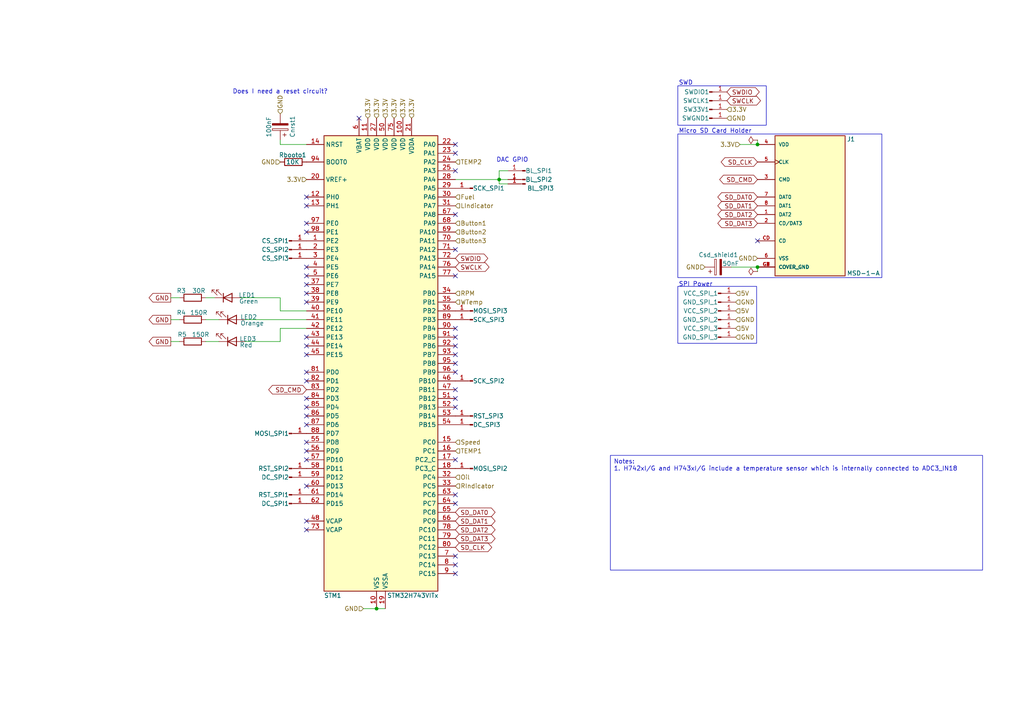
<source format=kicad_sch>
(kicad_sch (version 20231120) (generator "eeschema") (generator_version "8.0")
  (paper "A4")
  (lib_symbols
    (symbol "Connector:Conn_01x01_Pin" (pin_names (offset 1.016) hide)
      (property "Reference" "J" (at 0 2.54 0))
      (property "Value" "Conn_01x01_Pin" (at 0 -2.54 0))
      (symbol "Conn_01x01_Pin_1_1"
        (polyline (pts (xy 1.27 0) (xy 0.8636 0)) (stroke (width 0.1524)))
        (rectangle (start 0.8636 0.127) (end 0 -0.127) (stroke (width 0.1524)) (fill (type outline)))
        (pin passive line (at 5.08 0 180) (length 3.81) (name "Pin_1") (number "1"))
      )
    )
    (symbol "Device:C_Polarized" (pin_numbers hide) (pin_names (offset 0.254))
      (property "Reference" "C" (at 0.635 2.54 0))
      (property "Value" "C_Polarized" (at 0.635 -2.54 0))
      (symbol "C_Polarized_0_1"
        (rectangle (start -2.286 0.508) (end 2.286 1.016))
        (polyline (pts (xy -1.778 2.286) (xy -0.762 2.286)))
        (polyline (pts (xy -1.27 2.794) (xy -1.27 1.778)))
        (rectangle (start 2.286 -0.508) (end -2.286 -1.016) (fill (type outline)))
      )
      (symbol "C_Polarized_1_1"
        (pin passive line (at 0 3.81 270) (length 2.794) (name "~") (number "1"))
        (pin passive line (at 0 -3.81 90) (length 2.794) (name "~") (number "2"))
      )
    )
    (symbol "Device:LED" (pin_numbers hide) (pin_names (offset 1.016) hide)
      (property "Reference" "D" (at 0 2.54 0))
      (property "Value" "LED" (at 0 -2.54 0))
      (symbol "LED_0_1"
        (polyline (pts (xy -1.27 -1.27) (xy -1.27 1.27)) (stroke (width 0.254)))
        (polyline (pts (xy -1.27 0) (xy 1.27 0)))
        (polyline (pts (xy 1.27 -1.27) (xy 1.27 1.27) (xy -1.27 0) (xy 1.27 -1.27)) (stroke (width 0.254)))
        (polyline (pts (xy -3.048 -0.762) (xy -4.572 -2.286) (xy -3.81 -2.286) (xy -4.572 -2.286) (xy -4.572 -1.524)))
        (polyline (pts (xy -1.778 -0.762) (xy -3.302 -2.286) (xy -2.54 -2.286) (xy -3.302 -2.286) (xy -3.302 -1.524)))
      )
      (symbol "LED_1_1"
        (pin passive line (at -3.81 0 0) (length 2.54) (name "K") (number "1"))
        (pin passive line (at 3.81 0 180) (length 2.54) (name "A") (number "2"))
      )
    )
    (symbol "Device:R" (pin_numbers hide) (pin_names (offset 0))
      (property "Reference" "R" (at 2.032 0 90))
      (property "Value" "R" (at 0 0 90))
      (symbol "R_0_1"
        (rectangle (start -1.016 -2.54) (end 1.016 2.54) (stroke (width 0.254)))
      )
      (symbol "R_1_1"
        (pin passive line (at 0 3.81 270) (length 1.27) (name "~") (number "1"))
        (pin passive line (at 0 -3.81 90) (length 1.27) (name "~") (number "2"))
      )
    )
    (symbol "MCU_ST_STM32H7:STM32H743VITx"
      (property "Reference" "U" (at -15.24 67.31 0))
      (property "Value" "STM32H743VITx" (at 12.7 67.31 0))
      (symbol "STM32H743VITx_0_1"
        (rectangle (start -15.24 -66.04) (end 17.78 66.04) (stroke (width 0.254)) (fill (type background)))
      )
      (symbol "STM32H743VITx_1_1"
        (pin bidirectional line (at -20.32 35.56 0) (length 5.08) (name "PE2") (number "1"))
        (pin power_in line (at 0 -71.12 90) (length 5.08) (name "VSS") (number "10"))
        (pin power_in line (at 7.62 71.12 270) (length 5.08) (name "VDD") (number "100"))
        (pin power_in line (at -2.54 71.12 270) (length 5.08) (name "VDD") (number "11"))
        (pin bidirectional line (at -20.32 48.26 0) (length 5.08) (name "PH0") (number "12"))
        (pin bidirectional line (at -20.32 45.72 0) (length 5.08) (name "PH1") (number "13"))
        (pin input line (at -20.32 63.5 0) (length 5.08) (name "NRST") (number "14"))
        (pin bidirectional line (at 22.86 -22.86 180) (length 5.08) (name "PC0") (number "15"))
        (pin bidirectional line (at 22.86 -25.4 180) (length 5.08) (name "PC1") (number "16"))
        (pin bidirectional line (at 22.86 -27.94 180) (length 5.08) (name "PC2_C") (number "17"))
        (pin bidirectional line (at 22.86 -30.48 180) (length 5.08) (name "PC3_C") (number "18"))
        (pin power_in line (at 2.54 -71.12 90) (length 5.08) (name "VSSA") (number "19"))
        (pin bidirectional line (at -20.32 33.02 0) (length 5.08) (name "PE3") (number "2"))
        (pin input line (at -20.32 53.34 0) (length 5.08) (name "VREF+") (number "20"))
        (pin power_in line (at 10.16 71.12 270) (length 5.08) (name "VDDA") (number "21"))
        (pin bidirectional line (at 22.86 63.5 180) (length 5.08) (name "PA0") (number "22"))
        (pin bidirectional line (at 22.86 60.96 180) (length 5.08) (name "PA1") (number "23"))
        (pin bidirectional line (at 22.86 58.42 180) (length 5.08) (name "PA2") (number "24"))
        (pin bidirectional line (at 22.86 55.88 180) (length 5.08) (name "PA3") (number "25"))
        (pin passive line (at 0 -71.12 90) (length 5.08) hide (name "VSS") (number "26"))
        (pin power_in line (at 0 71.12 270) (length 5.08) (name "VDD") (number "27"))
        (pin bidirectional line (at 22.86 53.34 180) (length 5.08) (name "PA4") (number "28"))
        (pin bidirectional line (at 22.86 50.8 180) (length 5.08) (name "PA5") (number "29"))
        (pin bidirectional line (at -20.32 30.48 0) (length 5.08) (name "PE4") (number "3"))
        (pin bidirectional line (at 22.86 48.26 180) (length 5.08) (name "PA6") (number "30"))
        (pin bidirectional line (at 22.86 45.72 180) (length 5.08) (name "PA7") (number "31"))
        (pin bidirectional line (at 22.86 -33.02 180) (length 5.08) (name "PC4") (number "32"))
        (pin bidirectional line (at 22.86 -35.56 180) (length 5.08) (name "PC5") (number "33"))
        (pin bidirectional line (at 22.86 20.32 180) (length 5.08) (name "PB0") (number "34"))
        (pin bidirectional line (at 22.86 17.78 180) (length 5.08) (name "PB1") (number "35"))
        (pin bidirectional line (at 22.86 15.24 180) (length 5.08) (name "PB2") (number "36"))
        (pin bidirectional line (at -20.32 22.86 0) (length 5.08) (name "PE7") (number "37"))
        (pin bidirectional line (at -20.32 20.32 0) (length 5.08) (name "PE8") (number "38"))
        (pin bidirectional line (at -20.32 17.78 0) (length 5.08) (name "PE9") (number "39"))
        (pin bidirectional line (at -20.32 27.94 0) (length 5.08) (name "PE5") (number "4"))
        (pin bidirectional line (at -20.32 15.24 0) (length 5.08) (name "PE10") (number "40"))
        (pin bidirectional line (at -20.32 12.7 0) (length 5.08) (name "PE11") (number "41"))
        (pin bidirectional line (at -20.32 10.16 0) (length 5.08) (name "PE12") (number "42"))
        (pin bidirectional line (at -20.32 7.62 0) (length 5.08) (name "PE13") (number "43"))
        (pin bidirectional line (at -20.32 5.08 0) (length 5.08) (name "PE14") (number "44"))
        (pin bidirectional line (at -20.32 2.54 0) (length 5.08) (name "PE15") (number "45"))
        (pin bidirectional line (at 22.86 -5.08 180) (length 5.08) (name "PB10") (number "46"))
        (pin bidirectional line (at 22.86 -7.62 180) (length 5.08) (name "PB11") (number "47"))
        (pin power_out line (at -20.32 -45.72 0) (length 5.08) (name "VCAP") (number "48"))
        (pin passive line (at 0 -71.12 90) (length 5.08) hide (name "VSS") (number "49"))
        (pin bidirectional line (at -20.32 25.4 0) (length 5.08) (name "PE6") (number "5"))
        (pin power_in line (at 2.54 71.12 270) (length 5.08) (name "VDD") (number "50"))
        (pin bidirectional line (at 22.86 -10.16 180) (length 5.08) (name "PB12") (number "51"))
        (pin bidirectional line (at 22.86 -12.7 180) (length 5.08) (name "PB13") (number "52"))
        (pin bidirectional line (at 22.86 -15.24 180) (length 5.08) (name "PB14") (number "53"))
        (pin bidirectional line (at 22.86 -17.78 180) (length 5.08) (name "PB15") (number "54"))
        (pin bidirectional line (at -20.32 -22.86 0) (length 5.08) (name "PD8") (number "55"))
        (pin bidirectional line (at -20.32 -25.4 0) (length 5.08) (name "PD9") (number "56"))
        (pin bidirectional line (at -20.32 -27.94 0) (length 5.08) (name "PD10") (number "57"))
        (pin bidirectional line (at -20.32 -30.48 0) (length 5.08) (name "PD11") (number "58"))
        (pin bidirectional line (at -20.32 -33.02 0) (length 5.08) (name "PD12") (number "59"))
        (pin power_in line (at -5.08 71.12 270) (length 5.08) (name "VBAT") (number "6"))
        (pin bidirectional line (at -20.32 -35.56 0) (length 5.08) (name "PD13") (number "60"))
        (pin bidirectional line (at -20.32 -38.1 0) (length 5.08) (name "PD14") (number "61"))
        (pin bidirectional line (at -20.32 -40.64 0) (length 5.08) (name "PD15") (number "62"))
        (pin bidirectional line (at 22.86 -38.1 180) (length 5.08) (name "PC6") (number "63"))
        (pin bidirectional line (at 22.86 -40.64 180) (length 5.08) (name "PC7") (number "64"))
        (pin bidirectional line (at 22.86 -43.18 180) (length 5.08) (name "PC8") (number "65"))
        (pin bidirectional line (at 22.86 -45.72 180) (length 5.08) (name "PC9") (number "66"))
        (pin bidirectional line (at 22.86 43.18 180) (length 5.08) (name "PA8") (number "67"))
        (pin bidirectional line (at 22.86 40.64 180) (length 5.08) (name "PA9") (number "68"))
        (pin bidirectional line (at 22.86 38.1 180) (length 5.08) (name "PA10") (number "69"))
        (pin bidirectional line (at 22.86 -55.88 180) (length 5.08) (name "PC13") (number "7"))
        (pin bidirectional line (at 22.86 35.56 180) (length 5.08) (name "PA11") (number "70"))
        (pin bidirectional line (at 22.86 33.02 180) (length 5.08) (name "PA12") (number "71"))
        (pin bidirectional line (at 22.86 30.48 180) (length 5.08) (name "PA13") (number "72"))
        (pin power_out line (at -20.32 -48.26 0) (length 5.08) (name "VCAP") (number "73"))
        (pin passive line (at 0 -71.12 90) (length 5.08) hide (name "VSS") (number "74"))
        (pin power_in line (at 5.08 71.12 270) (length 5.08) (name "VDD") (number "75"))
        (pin bidirectional line (at 22.86 27.94 180) (length 5.08) (name "PA14") (number "76"))
        (pin bidirectional line (at 22.86 25.4 180) (length 5.08) (name "PA15") (number "77"))
        (pin bidirectional line (at 22.86 -48.26 180) (length 5.08) (name "PC10") (number "78"))
        (pin bidirectional line (at 22.86 -50.8 180) (length 5.08) (name "PC11") (number "79"))
        (pin bidirectional line (at 22.86 -58.42 180) (length 5.08) (name "PC14") (number "8"))
        (pin bidirectional line (at 22.86 -53.34 180) (length 5.08) (name "PC12") (number "80"))
        (pin bidirectional line (at -20.32 -2.54 0) (length 5.08) (name "PD0") (number "81"))
        (pin bidirectional line (at -20.32 -5.08 0) (length 5.08) (name "PD1") (number "82"))
        (pin bidirectional line (at -20.32 -7.62 0) (length 5.08) (name "PD2") (number "83"))
        (pin bidirectional line (at -20.32 -10.16 0) (length 5.08) (name "PD3") (number "84"))
        (pin bidirectional line (at -20.32 -12.7 0) (length 5.08) (name "PD4") (number "85"))
        (pin bidirectional line (at -20.32 -15.24 0) (length 5.08) (name "PD5") (number "86"))
        (pin bidirectional line (at -20.32 -17.78 0) (length 5.08) (name "PD6") (number "87"))
        (pin bidirectional line (at -20.32 -20.32 0) (length 5.08) (name "PD7") (number "88"))
        (pin bidirectional line (at 22.86 12.7 180) (length 5.08) (name "PB3") (number "89"))
        (pin bidirectional line (at 22.86 -60.96 180) (length 5.08) (name "PC15") (number "9"))
        (pin bidirectional line (at 22.86 10.16 180) (length 5.08) (name "PB4") (number "90"))
        (pin bidirectional line (at 22.86 7.62 180) (length 5.08) (name "PB5") (number "91"))
        (pin bidirectional line (at 22.86 5.08 180) (length 5.08) (name "PB6") (number "92"))
        (pin bidirectional line (at 22.86 2.54 180) (length 5.08) (name "PB7") (number "93"))
        (pin input line (at -20.32 58.42 0) (length 5.08) (name "BOOT0") (number "94"))
        (pin bidirectional line (at 22.86 0 180) (length 5.08) (name "PB8") (number "95"))
        (pin bidirectional line (at 22.86 -2.54 180) (length 5.08) (name "PB9") (number "96"))
        (pin bidirectional line (at -20.32 40.64 0) (length 5.08) (name "PE0") (number "97"))
        (pin bidirectional line (at -20.32 38.1 0) (length 5.08) (name "PE1") (number "98"))
        (pin passive line (at 0 -71.12 90) (length 5.08) hide (name "VSS") (number "99"))
      )
    )
    (symbol "MSD-1-A:MSD-1-A" (pin_names (offset 1.016))
      (property "Reference" "J" (at -10.16 21.082 0))
      (property "Value" "MSD-1-A" (at -10.16 -22.86 0))
      (symbol "MSD-1-A_0_0"
        (rectangle (start -10.16 -20.32) (end 10.16 20.32) (stroke (width 0.254)) (fill (type background)))
        (pin bidirectional line (at -15.24 -2.54 0) (length 5.08) (name "DAT2") (number "1"))
        (pin bidirectional line (at -15.24 -5.08 0) (length 5.08) (name "CD/DAT3") (number "2"))
        (pin bidirectional line (at -15.24 7.62 0) (length 5.08) (name "CMD") (number "3"))
        (pin power_in line (at -15.24 17.78 0) (length 5.08) (name "VDD") (number "4"))
        (pin input clock (at -15.24 12.7 0) (length 5.08) (name "CLK") (number "5"))
        (pin power_in line (at -15.24 -15.24 0) (length 5.08) (name "VSS") (number "6"))
        (pin bidirectional line (at -15.24 2.54 0) (length 5.08) (name "DAT0") (number "7"))
        (pin bidirectional line (at -15.24 0 0) (length 5.08) (name "DAT1") (number "8"))
        (pin passive line (at -15.24 -10.16 0) (length 5.08) (name "CD") (number "CD"))
        (pin power_in line (at -15.24 -17.78 0) (length 5.08) (name "COVER_GND") (number "G1"))
        (pin power_in line (at -15.24 -17.78 0) (length 5.08) (name "COVER_GND") (number "G2"))
        (pin power_in line (at -15.24 -17.78 0) (length 5.08) (name "COVER_GND") (number "G3"))
        (pin power_in line (at -15.24 -17.78 0) (length 5.08) (name "COVER_GND") (number "G4"))
      )
    )
    (symbol "power:PWR_FLAG" (power) (pin_numbers hide) (pin_names (offset 0) hide)
      (property "Value" "PWR_FLAG" (at 0 3.81 0))
      (symbol "PWR_FLAG_0_0"
        (pin power_out line (at 0 0 90) (length 0) (name "~") (number "1"))
      )
      (symbol "PWR_FLAG_0_1"
        (polyline (pts (xy 0 0) (xy 0 1.27) (xy -1.016 1.905) (xy 0 2.54) (xy 1.016 1.905) (xy 0 1.27)))
      )
    )
  )
  (junction (at 219.71 77.47))
  (junction (at 219.71 41.91))
  (junction (at 109.22 176.53))
  (junction (at 144.78 52.07))
  (no_connect (at 88.9 57.15))
  (no_connect (at 88.9 153.67))
  (no_connect (at 88.9 110.49))
  (no_connect (at 104.14 34.29))
  (no_connect (at 88.9 97.79))
  (no_connect (at 132.08 143.51))
  (no_connect (at 88.9 115.57))
  (no_connect (at 88.9 64.77))
  (no_connect (at 88.9 102.87))
  (no_connect (at 132.08 62.23))
  (no_connect (at 132.08 105.41))
  (no_connect (at 132.08 113.03))
  (no_connect (at 132.08 107.95))
  (no_connect (at 219.71 69.85))
  (no_connect (at 132.08 80.01))
  (no_connect (at 132.08 49.53))
  (no_connect (at 88.9 130.81))
  (no_connect (at 88.9 118.11))
  (no_connect (at 132.08 166.37))
  (no_connect (at 88.9 123.19))
  (no_connect (at 88.9 140.97))
  (no_connect (at 132.08 95.25))
  (no_connect (at 132.08 102.87))
  (no_connect (at 88.9 128.27))
  (no_connect (at 88.9 133.35))
  (no_connect (at 132.08 44.45))
  (no_connect (at 132.08 97.79))
  (no_connect (at 132.08 118.11))
  (no_connect (at 88.9 87.63))
  (no_connect (at 132.08 72.39))
  (no_connect (at 132.08 100.33))
  (no_connect (at 88.9 67.31))
  (no_connect (at 132.08 133.35))
  (no_connect (at 88.9 77.47))
  (no_connect (at 132.08 161.29))
  (no_connect (at 88.9 82.55))
  (no_connect (at 88.9 80.01))
  (no_connect (at 88.9 120.65))
  (no_connect (at 88.9 100.33))
  (no_connect (at 88.9 59.69))
  (no_connect (at 88.9 107.95))
  (no_connect (at 88.9 151.13))
  (no_connect (at 132.08 163.83))
  (no_connect (at 132.08 115.57))
  (no_connect (at 88.9 85.09))
  (no_connect (at 132.08 146.05))
  (no_connect (at 132.08 41.91))
  (wire (pts (xy 81.28 95.25) (xy 81.28 99.06)))
  (wire (pts (xy 147.32 53.34) (xy 144.78 53.34)))
  (wire (pts (xy 219.71 77.47) (xy 219.71 78.74)))
  (wire (pts (xy 105.41 176.53) (xy 109.22 176.53)))
  (wire (pts (xy 219.71 41.91) (xy 219.71 40.64)))
  (wire (pts (xy 88.9 41.91) (xy 81.28 41.91)))
  (wire (pts (xy 132.08 52.07) (xy 144.78 52.07)))
  (wire (pts (xy 109.22 176.53) (xy 111.76 176.53)))
  (wire (pts (xy 71.12 99.06) (xy 81.28 99.06)))
  (wire (pts (xy 59.69 86.36) (xy 62.23 86.36)))
  (wire (pts (xy 69.85 86.36) (xy 81.28 86.36)))
  (wire (pts (xy 147.32 49.53) (xy 144.78 49.53)))
  (wire (pts (xy 49.53 99.06) (xy 52.07 99.06)))
  (wire (pts (xy 147.32 52.07) (xy 144.78 52.07)))
  (wire (pts (xy 49.53 92.71) (xy 52.07 92.71)))
  (wire (pts (xy 59.69 99.06) (xy 63.5 99.06)))
  (wire (pts (xy 214.63 41.91) (xy 219.71 41.91)))
  (wire (pts (xy 59.69 92.71) (xy 63.5 92.71)))
  (wire (pts (xy 81.28 41.91) (xy 81.28 40.64)))
  (wire (pts (xy 144.78 49.53) (xy 144.78 52.07)))
  (wire (pts (xy 212.09 77.47) (xy 219.71 77.47)))
  (wire (pts (xy 88.9 90.17) (xy 81.28 90.17)))
  (wire (pts (xy 71.12 92.71) (xy 88.9 92.71)))
  (wire (pts (xy 88.9 95.25) (xy 81.28 95.25)))
  (wire (pts (xy 49.53 86.36) (xy 52.07 86.36)))
  (wire (pts (xy 144.78 52.07) (xy 144.78 53.34)))
  (wire (pts (xy 81.28 90.17) (xy 81.28 86.36)))
  (rectangle (start 196.596 83.058) (end 219.456 99.568))
  (rectangle (start 196.596 38.862) (end 255.778 80.518))
  (rectangle (start 196.596 24.892) (end 222.25 36.322))
  (text_box "Notes:\n1. H742xI/G and H743xI/G include a temperature sensor which is internally connected to ADC3_IN18" (at 177.038 132.08 0) (size 107.95 33.274) (effects (font (size 1.27 1.27)) (justify left top)))
  (text "SPI Power" (at 196.85 82.55 0) (effects (font (size 1.27 1.27)) (justify left)))
  (text "Does I need a reset circuit?" (at 81.28 26.67 0) (effects (font (size 1.27 1.27))))
  (text "SWD" (at 196.85 24.13 0) (effects (font (size 1.27 1.27)) (justify left)))
  (text "DAC GPIO" (at 148.59 46.482 0) (effects (font (size 1.27 1.27))))
  (text "Micro SD Card Holder" (at 196.85 38.1 0) (effects (font (size 1.27 1.27)) (justify left)))
  (global_label "GND" (shape output) (at 49.53 92.71 180) (property "Intersheetrefs" "${INTERSHEET_REFS}" (effects (hide yes))))
  (global_label "SD_DAT0" (shape bidirectional) (at 132.08 148.59 0) (property "Intersheetrefs" "${INTERSHEET_REFS}" (effects (hide yes))))
  (global_label "SWDIO" (shape bidirectional) (at 132.08 74.93 0) (property "Intersheetrefs" "${INTERSHEET_REFS}" (effects (hide yes))))
  (global_label "SD_DAT1" (shape bidirectional) (at 132.08 151.13 0) (property "Intersheetrefs" "${INTERSHEET_REFS}" (effects (hide yes))))
  (global_label "SD_DAT3" (shape bidirectional) (at 219.71 64.77 180) (property "Intersheetrefs" "${INTERSHEET_REFS}" (effects (hide yes))))
  (global_label "SD_CMD" (shape bidirectional) (at 219.71 52.07 180) (property "Intersheetrefs" "${INTERSHEET_REFS}" (effects (hide yes))))
  (global_label "SD_DAT2" (shape bidirectional) (at 219.71 62.23 180) (property "Intersheetrefs" "${INTERSHEET_REFS}" (effects (hide yes))))
  (global_label "SWCLK" (shape bidirectional) (at 132.08 77.47 0) (property "Intersheetrefs" "${INTERSHEET_REFS}" (effects (hide yes))))
  (global_label "SD_DAT2" (shape bidirectional) (at 132.08 153.67 0) (property "Intersheetrefs" "${INTERSHEET_REFS}" (effects (hide yes))))
  (global_label "SD_DAT0" (shape bidirectional) (at 219.71 57.15 180) (property "Intersheetrefs" "${INTERSHEET_REFS}" (effects (hide yes))))
  (global_label "GND" (shape output) (at 49.53 99.06 180) (property "Intersheetrefs" "${INTERSHEET_REFS}" (effects (hide yes))))
  (global_label "SD_CLK" (shape bidirectional) (at 219.71 46.99 180) (property "Intersheetrefs" "${INTERSHEET_REFS}" (effects (hide yes))))
  (global_label "SD_DAT3" (shape bidirectional) (at 132.08 156.21 0) (property "Intersheetrefs" "${INTERSHEET_REFS}" (effects (hide yes))))
  (global_label "SD_CLK" (shape bidirectional) (at 132.08 158.75 0) (property "Intersheetrefs" "${INTERSHEET_REFS}" (effects (hide yes))))
  (global_label "SD_CMD" (shape bidirectional) (at 88.9 113.03 180) (property "Intersheetrefs" "${INTERSHEET_REFS}" (effects (hide yes))))
  (global_label "SD_DAT1" (shape bidirectional) (at 219.71 59.69 180) (property "Intersheetrefs" "${INTERSHEET_REFS}" (effects (hide yes))))
  (global_label "SWCLK" (shape bidirectional) (at 210.82 29.21 0) (property "Intersheetrefs" "${INTERSHEET_REFS}" (effects (hide yes))))
  (global_label "SWDIO" (shape bidirectional) (at 210.82 26.67 0) (property "Intersheetrefs" "${INTERSHEET_REFS}" (effects (hide yes))))
  (global_label "GND" (shape output) (at 49.53 86.36 180) (property "Intersheetrefs" "${INTERSHEET_REFS}" (effects (hide yes))))
  (hierarchical_label "GND" (shape input) (at 105.41 176.53 180))
  (hierarchical_label "3.3V" (shape input) (at 116.84 34.29 90))
  (hierarchical_label "3.3V" (shape input) (at 210.82 31.75 0))
  (hierarchical_label "Button3" (shape input) (at 132.08 69.85 0))
  (hierarchical_label "GND" (shape input) (at 219.71 74.93 180))
  (hierarchical_label "GND" (shape input) (at 81.28 33.02 90))
  (hierarchical_label "TEMP2" (shape input) (at 132.08 46.99 0))
  (hierarchical_label "3.3V" (shape input) (at 119.38 34.29 90))
  (hierarchical_label "3.3V" (shape input) (at 114.3 34.29 90))
  (hierarchical_label "GND" (shape input) (at 213.36 97.79 0))
  (hierarchical_label "3.3V" (shape input) (at 111.76 34.29 90))
  (hierarchical_label "5V" (shape input) (at 213.36 85.09 0))
  (hierarchical_label "WTemp" (shape input) (at 132.08 87.63 0))
  (hierarchical_label "GND" (shape input) (at 81.28 46.99 180))
  (hierarchical_label "Button2" (shape input) (at 132.08 67.31 0))
  (hierarchical_label "Speed" (shape input) (at 132.08 128.27 0))
  (hierarchical_label "RIndicator" (shape input) (at 132.08 140.97 0))
  (hierarchical_label "5V" (shape input) (at 213.36 90.17 0))
  (hierarchical_label "3.3V" (shape input) (at 109.22 34.29 90))
  (hierarchical_label "TEMP1" (shape input) (at 132.08 130.81 0))
  (hierarchical_label "LIndicator" (shape input) (at 132.08 59.69 0))
  (hierarchical_label "Button1" (shape input) (at 132.08 64.77 0))
  (hierarchical_label "3.3V" (shape input) (at 106.68 34.29 90))
  (hierarchical_label "GND" (shape input) (at 213.36 87.63 0))
  (hierarchical_label "GND" (shape input) (at 204.47 77.47 180))
  (hierarchical_label "5V" (shape input) (at 213.36 95.25 0))
  (hierarchical_label "Oil" (shape input) (at 132.08 138.43 0))
  (hierarchical_label "Fuel" (shape input) (at 132.08 57.15 0))
  (hierarchical_label "RPM" (shape input) (at 132.08 85.09 0))
  (hierarchical_label "GND" (shape input) (at 213.36 92.71 0))
  (hierarchical_label "GND" (shape input) (at 210.82 34.29 0))
  (hierarchical_label "3.3V" (shape input) (at 88.9 52.07 180))
  (hierarchical_label "3.3V" (shape input) (at 214.63 41.91 180))
  (symbol (lib_id "Connector:Conn_01x01_Pin") (at 208.28 90.17 0) (unit 1)
    (property "Reference" "VCC_SPI_2" (at 208.28 90.17 0) (effects (justify right)))
    (property "Value" "Conn_01x01_Pin" (effects (hide yes)))
    (property "Footprint" "Connector_PinHeader_2.54mm:PinHeader_1x01_P2.54mm_Vertical" (effects (hide yes)))
    (property "Description" "Generic connector, single row, 01x01, script generated" (effects (hide yes)))
  )
  (symbol (lib_id "Connector:Conn_01x01_Pin") (at 208.28 92.71 0) (unit 1)
    (property "Reference" "GND_SPI_2" (at 208.28 92.71 0) (effects (justify right)))
    (property "Value" "Conn_01x01_Pin" (effects (hide yes)))
    (property "Footprint" "Connector_PinHeader_2.54mm:PinHeader_1x01_P2.54mm_Vertical" (effects (hide yes)))
    (property "Description" "Generic connector, single row, 01x01, script generated" (effects (hide yes)))
  )
  (symbol (lib_id "Connector:Conn_01x01_Pin") (at 83.82 72.39 0) (unit 1) (in_bom no)
    (property "Reference" "CS_SPI2" (at 83.82 72.39 0) (effects (justify right)))
    (property "Value" "Conn_01x01_Pin" (effects (hide yes)))
    (property "Footprint" "Connector_PinHeader_2.54mm:PinHeader_1x01_P2.54mm_Vertical" (effects (hide yes)))
    (property "Description" "Generic connector, single row, 01x01, script generated" (effects (hide yes)))
  )
  (symbol (lib_id "Connector:Conn_01x01_Pin") (at 152.4 52.07 0) (mirror y) (unit 1) (in_bom no)
    (property "Reference" "BL_SPI2" (at 152.4 52.07 0) (effects (justify right)))
    (property "Value" "Conn_01x01_Pin" (effects (hide yes)))
    (property "Footprint" "Connector_PinHeader_2.54mm:PinHeader_1x01_P2.54mm_Vertical" (effects (hide yes)))
    (property "Description" "Generic connector, single row, 01x01, script generated" (effects (hide yes)))
  )
  (symbol (lib_id "Connector:Conn_01x01_Pin") (at 152.4 53.34 0) (mirror y) (unit 1) (in_bom no)
    (property "Reference" "BL_SPI3" (at 152.908 54.61 0) (effects (justify right)))
    (property "Value" "Conn_01x01_Pin" (effects (hide yes)))
    (property "Footprint" "Connector_PinHeader_2.54mm:PinHeader_1x01_P2.54mm_Vertical" (effects (hide yes)))
    (property "Description" "Generic connector, single row, 01x01, script generated" (effects (hide yes)))
  )
  (symbol (lib_id "power:PWR_FLAG") (at 219.71 78.74 90) (unit 1)
    (property "Reference" "#FLG06" (effects (hide yes)))
    (property "Value" "PWR_FLAG" (effects (hide yes)))
    (property "Description" "Special symbol for telling ERC where power comes from" (effects (hide yes)))
  )
  (symbol (lib_id "Device:R") (at 55.88 92.71 90) (unit 1)
    (property "Reference" "R4" (at 52.578 90.678 90))
    (property "Value" "150R" (at 57.658 90.678 90))
    (property "Description" "Resistor" (effects (hide yes)))
  )
  (symbol (lib_id "Connector:Conn_01x01_Pin") (at 83.82 74.93 0) (unit 1) (in_bom no)
    (property "Reference" "CS_SPI3" (at 83.82 74.93 0) (effects (justify right)))
    (property "Value" "Conn_01x01_Pin" (effects (hide yes)))
    (property "Footprint" "Connector_PinHeader_2.54mm:PinHeader_1x01_P2.54mm_Vertical" (effects (hide yes)))
    (property "Description" "Generic connector, single row, 01x01, script generated" (effects (hide yes)))
  )
  (symbol (lib_id "Device:R") (at 85.09 46.99 90) (unit 1)
    (property "Reference" "Rbooto1" (at 88.9 44.958 90) (effects (justify left)))
    (property "Value" "10K" (at 86.868 46.99 90) (effects (justify left)))
    (property "Footprint" "Resistor_SMD:R_0603_1608Metric" (effects (hide yes)))
    (property "Description" "Resistor" (effects (hide yes)))
  )
  (symbol (lib_id "Connector:Conn_01x01_Pin") (at 83.82 143.51 0) (unit 1) (in_bom no)
    (property "Reference" "RST_SPI1" (at 83.82 143.51 0) (effects (justify right)))
    (property "Value" "Conn_01x01_Pin" (effects (hide yes)))
    (property "Footprint" "Connector_PinHeader_2.54mm:PinHeader_1x01_P2.54mm_Vertical" (effects (hide yes)))
    (property "Description" "Generic connector, single row, 01x01, script generated" (effects (hide yes)))
  )
  (symbol (lib_id "Connector:Conn_01x01_Pin") (at 208.28 87.63 0) (unit 1)
    (property "Reference" "GND_SPI_1" (at 208.28 87.63 0) (effects (justify right)))
    (property "Value" "Conn_01x01_Pin" (effects (hide yes)))
    (property "Footprint" "Connector_PinHeader_2.54mm:PinHeader_1x01_P2.54mm_Vertical" (effects (hide yes)))
    (property "Description" "Generic connector, single row, 01x01, script generated" (effects (hide yes)))
  )
  (symbol (lib_id "Connector:Conn_01x01_Pin") (at 83.82 69.85 0) (unit 1) (in_bom no)
    (property "Reference" "CS_SPI1" (at 83.82 69.85 0) (effects (justify right)))
    (property "Value" "Conn_01x01_Pin" (effects (hide yes)))
    (property "Footprint" "Connector_PinHeader_2.54mm:PinHeader_1x01_P2.54mm_Vertical" (effects (hide yes)))
    (property "Description" "Generic connector, single row, 01x01, script generated" (effects (hide yes)))
  )
  (symbol (lib_id "Connector:Conn_01x01_Pin") (at 137.16 54.61 180) (unit 1) (in_bom no)
    (property "Reference" "SCK_SPI1" (at 137.16 54.61 0) (effects (justify right)))
    (property "Value" "Conn_01x01_Pin" (effects (hide yes)))
    (property "Footprint" "Connector_PinHeader_2.54mm:PinHeader_1x01_P2.54mm_Vertical" (effects (hide yes)))
    (property "Description" "Generic connector, single row, 01x01, script generated" (effects (hide yes)))
  )
  (symbol (lib_id "Connector:Conn_01x01_Pin") (at 208.28 97.79 0) (unit 1)
    (property "Reference" "GND_SPI_3" (at 208.28 97.79 0) (effects (justify right)))
    (property "Value" "Conn_01x01_Pin" (effects (hide yes)))
    (property "Footprint" "Connector_PinHeader_2.54mm:PinHeader_1x01_P2.54mm_Vertical" (effects (hide yes)))
    (property "Description" "Generic connector, single row, 01x01, script generated" (effects (hide yes)))
  )
  (symbol (lib_id "MSD-1-A:MSD-1-A") (at 234.95 59.69 0) (unit 1)
    (property "Reference" "J1" (at 245.618 40.386 0) (effects (justify left)))
    (property "Value" "MSD-1-A" (at 245.618 79.248 0) (effects (justify left)))
    (property "Footprint" "MSD-1-A:CUI_MSD-1-A" (effects (hide yes)))
    (property "MF" "CUI Devices" (effects (hide yes)))
    (property "MAXIMUM_PACKAGE_HEIGHT" "2.00mm" (effects (hide yes)))
    (property "Package" "None" (effects (hide yes)))
    (property "Price" "None" (effects (hide yes)))
    (property "Check_prices" "https://www.snapeda.com/parts/MSD-1-A/CUI+Devices/view-part/?ref=eda" (effects (hide yes)))
    (property "STANDARD" "Manufacturer Recommendations" (effects (hide yes)))
    (property "PARTREV" "1.0" (effects (hide yes)))
    (property "SnapEDA_Link" "https://www.snapeda.com/parts/MSD-1-A/CUI+Devices/view-part/?ref=snap" (effects (hide yes)))
    (property "MP" "MSD-1-A" (effects (hide yes)))
    (property "Purchase-URL" "https://www.snapeda.com/api/url_track_click_mouser/?unipart_id=15689680&manufacturer=CUI Devices&part_name=MSD-1-A&search_term=None" (effects (hide yes)))
    (property "Description_1" "Micro SD Card Connector, 9 Positions, Connector and Ejector, Push In, Auto Eject Out, Surface Mount, 1.8 mm Height Above Board, Gold Flash" (effects (hide yes)))
    (property "CUI_purchase_URL" "https://www.cuidevices.com/product/interconnect/connectors/memory-card-connectors/sd-card-connectors/msd-1-a?utm_source=snapeda.com&utm_medium=referral&utm_campaign=snapedaBOM" (effects (hide yes)))
    (property "Availability" "In Stock" (effects (hide yes)))
    (property "MANUFACTURER" "CUI Devices" (effects (hide yes)))
  )
  (symbol (lib_id "Device:C_Polarized") (at 81.28 36.83 180) (unit 1)
    (property "Reference" "Cnrst1" (at 84.836 33.528 90) (effects (justify left)))
    (property "Value" "100nF" (at 77.978 33.782 90) (effects (justify left)))
    (property "Footprint" "Capacitor_SMD:C_0805_2012Metric" (effects (hide yes)))
    (property "Description" "Polarized capacitor" (effects (hide yes)))
  )
  (symbol (lib_id "Device:R") (at 55.88 86.36 90) (unit 1)
    (property "Reference" "R3" (at 52.578 84.328 90))
    (property "Value" "30R" (at 57.658 84.328 90))
    (property "Description" "Resistor" (effects (hide yes)))
  )
  (symbol (lib_id "Device:LED") (at 66.04 86.36 0) (mirror x) (unit 1)
    (property "Reference" "LED1" (at 71.628 85.598 0))
    (property "Value" "Green" (at 72.136 87.376 0))
    (property "Footprint" "LED_SMD:LED_0603_1608Metric" (effects (hide yes)))
    (property "Description" "Light emitting diode" (effects (hide yes)))
  )
  (symbol (lib_id "power:PWR_FLAG") (at 219.71 40.64 90) (unit 1)
    (property "Reference" "#FLG05" (effects (hide yes)))
    (property "Value" "PWR_FLAG" (effects (hide yes)))
    (property "Description" "Special symbol for telling ERC where power comes from" (effects (hide yes)))
  )
  (symbol (lib_id "Connector:Conn_01x01_Pin") (at 205.74 31.75 0) (unit 1)
    (property "Reference" "SW33V1" (at 205.74 31.75 0) (effects (justify right)))
    (property "Value" "Conn_01x01_Pin" (effects (hide yes)))
    (property "Footprint" "Connector_PinHeader_2.54mm:PinHeader_1x01_P2.54mm_Vertical" (effects (hide yes)))
    (property "Description" "Generic connector, single row, 01x01, script generated" (effects (hide yes)))
  )
  (symbol (lib_id "Connector:Conn_01x01_Pin") (at 137.16 90.17 180) (unit 1) (in_bom no)
    (property "Reference" "MOSI_SPI3" (at 137.16 90.17 0) (effects (justify right)))
    (property "Value" "Conn_01x01_Pin" (effects (hide yes)))
    (property "Footprint" "Connector_PinHeader_2.54mm:PinHeader_1x01_P2.54mm_Vertical" (effects (hide yes)))
    (property "Description" "Generic connector, single row, 01x01, script generated" (effects (hide yes)))
  )
  (symbol (lib_id "Connector:Conn_01x01_Pin") (at 137.16 120.65 180) (unit 1) (in_bom no)
    (property "Reference" "RST_SPI3" (at 137.16 120.65 0) (effects (justify right)))
    (property "Value" "Conn_01x01_Pin" (effects (hide yes)))
    (property "Footprint" "Connector_PinHeader_2.54mm:PinHeader_1x01_P2.54mm_Vertical" (effects (hide yes)))
    (property "Description" "Generic connector, single row, 01x01, script generated" (effects (hide yes)))
  )
  (symbol (lib_id "MCU_ST_STM32H7:STM32H743VITx") (at 109.22 105.41 0) (unit 1)
    (property "Reference" "STM1" (at 93.98 172.72 0) (effects (justify left)))
    (property "Value" "STM32H743VITx" (at 112.268 172.72 0) (effects (justify left)))
    (property "Footprint" "Package_QFP:LQFP-100_14x14mm_P0.5mm" (effects (hide yes)))
    (property "Datasheet" "https://www.st.com/resource/en/datasheet/stm32h743vi.pdf" (effects (hide yes)))
    (property "Description" "STMicroelectronics Arm Cortex-M7 MCU, 2048KB flash, 1024KB RAM, 480 MHz, 1.71-3.6V, 82 GPIO, LQFP100" (effects (hide yes)))
  )
  (symbol (lib_id "Connector:Conn_01x01_Pin") (at 137.16 92.71 180) (unit 1) (in_bom no)
    (property "Reference" "SCK_SPI3" (at 137.16 92.71 0) (effects (justify right)))
    (property "Value" "Conn_01x01_Pin" (effects (hide yes)))
    (property "Footprint" "Connector_PinHeader_2.54mm:PinHeader_1x01_P2.54mm_Vertical" (effects (hide yes)))
    (property "Description" "Generic connector, single row, 01x01, script generated" (effects (hide yes)))
  )
  (symbol (lib_id "Connector:Conn_01x01_Pin") (at 83.82 135.89 0) (unit 1) (in_bom no)
    (property "Reference" "RST_SPI2" (at 83.82 135.89 0) (effects (justify right)))
    (property "Value" "Conn_01x01_Pin" (effects (hide yes)))
    (property "Footprint" "Connector_PinHeader_2.54mm:PinHeader_1x01_P2.54mm_Vertical" (effects (hide yes)))
    (property "Description" "Generic connector, single row, 01x01, script generated" (effects (hide yes)))
  )
  (symbol (lib_id "Connector:Conn_01x01_Pin") (at 205.74 34.29 0) (unit 1)
    (property "Reference" "SWGND1" (at 205.74 34.29 0) (effects (justify right)))
    (property "Value" "Conn_01x01_Pin" (effects (hide yes)))
    (property "Footprint" "Connector_PinHeader_2.54mm:PinHeader_1x01_P2.54mm_Vertical" (effects (hide yes)))
    (property "Description" "Generic connector, single row, 01x01, script generated" (effects (hide yes)))
  )
  (symbol (lib_id "Connector:Conn_01x01_Pin") (at 83.82 125.73 0) (unit 1) (in_bom no)
    (property "Reference" "MOSI_SPI1" (at 83.82 125.73 0) (effects (justify right)))
    (property "Value" "Conn_01x01_Pin" (effects (hide yes)))
    (property "Footprint" "Connector_PinHeader_2.54mm:PinHeader_1x01_P2.54mm_Vertical" (effects (hide yes)))
    (property "Description" "Generic connector, single row, 01x01, script generated" (effects (hide yes)))
  )
  (symbol (lib_id "Connector:Conn_01x01_Pin") (at 137.16 123.19 180) (unit 1) (in_bom no)
    (property "Reference" "DC_SPI3" (at 137.16 123.19 0) (effects (justify right)))
    (property "Value" "Conn_01x01_Pin" (effects (hide yes)))
    (property "Footprint" "Connector_PinHeader_2.54mm:PinHeader_1x01_P2.54mm_Vertical" (effects (hide yes)))
    (property "Description" "Generic connector, single row, 01x01, script generated" (effects (hide yes)))
  )
  (symbol (lib_id "Device:LED") (at 67.31 92.71 0) (mirror x) (unit 1)
    (property "Reference" "LED2" (at 72.136 91.948 0))
    (property "Value" "Orange" (at 73.152 93.726 0))
    (property "Footprint" "LED_SMD:LED_0603_1608Metric" (effects (hide yes)))
    (property "Description" "Light emitting diode" (effects (hide yes)))
  )
  (symbol (lib_id "Connector:Conn_01x01_Pin") (at 152.4 49.53 0) (mirror y) (unit 1) (in_bom no)
    (property "Reference" "BL_SPI1" (at 152.4 49.53 0) (effects (justify right)))
    (property "Value" "Conn_01x01_Pin" (effects (hide yes)))
    (property "Footprint" "Connector_PinHeader_2.54mm:PinHeader_1x01_P2.54mm_Vertical" (effects (hide yes)))
    (property "Description" "Generic connector, single row, 01x01, script generated" (effects (hide yes)))
  )
  (symbol (lib_id "Connector:Conn_01x01_Pin") (at 205.74 29.21 0) (unit 1)
    (property "Reference" "SWCLK1" (at 205.74 29.21 0) (effects (justify right)))
    (property "Value" "Conn_01x01_Pin" (effects (hide yes)))
    (property "Footprint" "Connector_PinHeader_2.54mm:PinHeader_1x01_P2.54mm_Vertical" (effects (hide yes)))
    (property "Description" "Generic connector, single row, 01x01, script generated" (effects (hide yes)))
  )
  (symbol (lib_id "Connector:Conn_01x01_Pin") (at 137.16 135.89 180) (unit 1) (in_bom no)
    (property "Reference" "MOSI_SPI2" (at 137.16 135.89 0) (effects (justify right)))
    (property "Value" "Conn_01x01_Pin" (effects (hide yes)))
    (property "Footprint" "Connector_PinHeader_2.54mm:PinHeader_1x01_P2.54mm_Vertical" (effects (hide yes)))
    (property "Description" "Generic connector, single row, 01x01, script generated" (effects (hide yes)))
  )
  (symbol (lib_id "Connector:Conn_01x01_Pin") (at 83.82 146.05 0) (unit 1) (in_bom no)
    (property "Reference" "DC_SPI1" (at 83.82 146.05 0) (effects (justify right)))
    (property "Value" "Conn_01x01_Pin" (effects (hide yes)))
    (property "Footprint" "Connector_PinHeader_2.54mm:PinHeader_1x01_P2.54mm_Vertical" (effects (hide yes)))
    (property "Description" "Generic connector, single row, 01x01, script generated" (effects (hide yes)))
  )
  (symbol (lib_id "Connector:Conn_01x01_Pin") (at 205.74 26.67 0) (unit 1)
    (property "Reference" "SWDIO1" (at 205.74 26.67 0) (effects (justify right)))
    (property "Value" "Conn_01x01_Pin" (effects (hide yes)))
    (property "Footprint" "Connector_PinHeader_2.54mm:PinHeader_1x01_P2.54mm_Vertical" (effects (hide yes)))
    (property "Description" "Generic connector, single row, 01x01, script generated" (effects (hide yes)))
  )
  (symbol (lib_id "Connector:Conn_01x01_Pin") (at 83.82 138.43 0) (unit 1) (in_bom no)
    (property "Reference" "DC_SPI2" (at 83.82 138.43 0) (effects (justify right)))
    (property "Value" "Conn_01x01_Pin" (effects (hide yes)))
    (property "Footprint" "Connector_PinHeader_2.54mm:PinHeader_1x01_P2.54mm_Vertical" (effects (hide yes)))
    (property "Description" "Generic connector, single row, 01x01, script generated" (effects (hide yes)))
  )
  (symbol (lib_id "Device:C_Polarized") (at 208.28 77.47 90) (unit 1)
    (property "Reference" "Csd_shield1" (at 214.122 73.914 90) (effects (justify left)))
    (property "Value" "50nF" (at 214.376 76.454 90) (effects (justify left)))
    (property "Footprint" "Capacitor_SMD:C_0805_2012Metric" (effects (hide yes)))
    (property "Description" "Polarized capacitor" (effects (hide yes)))
  )
  (symbol (lib_id "Device:LED") (at 67.31 99.06 0) (mirror x) (unit 1)
    (property "Reference" "LED3" (at 71.882 98.298 0))
    (property "Value" "Red" (at 71.374 100.076 0))
    (property "Footprint" "LED_SMD:LED_0603_1608Metric" (effects (hide yes)))
    (property "Description" "Light emitting diode" (effects (hide yes)))
  )
  (symbol (lib_id "Connector:Conn_01x01_Pin") (at 208.28 85.09 0) (unit 1)
    (property "Reference" "VCC_SPI_1" (at 208.28 85.09 0) (effects (justify right)))
    (property "Value" "Conn_01x01_Pin" (effects (hide yes)))
    (property "Footprint" "Connector_PinHeader_2.54mm:PinHeader_1x01_P2.54mm_Vertical" (effects (hide yes)))
    (property "Description" "Generic connector, single row, 01x01, script generated" (effects (hide yes)))
  )
  (symbol (lib_id "Device:R") (at 55.88 99.06 90) (unit 1)
    (property "Reference" "R5" (at 52.832 97.028 90))
    (property "Value" "150R" (at 58.166 97.028 90))
    (property "Description" "Resistor" (effects (hide yes)))
  )
  (symbol (lib_id "Connector:Conn_01x01_Pin") (at 208.28 95.25 0) (unit 1)
    (property "Reference" "VCC_SPI_3" (at 208.28 95.25 0) (effects (justify right)))
    (property "Value" "Conn_01x01_Pin" (effects (hide yes)))
    (property "Footprint" "Connector_PinHeader_2.54mm:PinHeader_1x01_P2.54mm_Vertical" (effects (hide yes)))
    (property "Description" "Generic connector, single row, 01x01, script generated" (effects (hide yes)))
  )
  (symbol (lib_id "Connector:Conn_01x01_Pin") (at 137.16 110.49 180) (unit 1) (in_bom no)
    (property "Reference" "SCK_SPI2" (at 137.16 110.49 0) (effects (justify right)))
    (property "Value" "Conn_01x01_Pin" (effects (hide yes)))
    (property "Footprint" "Connector_PinHeader_2.54mm:PinHeader_1x01_P2.54mm_Vertical" (effects (hide yes)))
    (property "Description" "Generic connector, single row, 01x01, script generated" (effects (hide yes)))
  )
)
</source>
